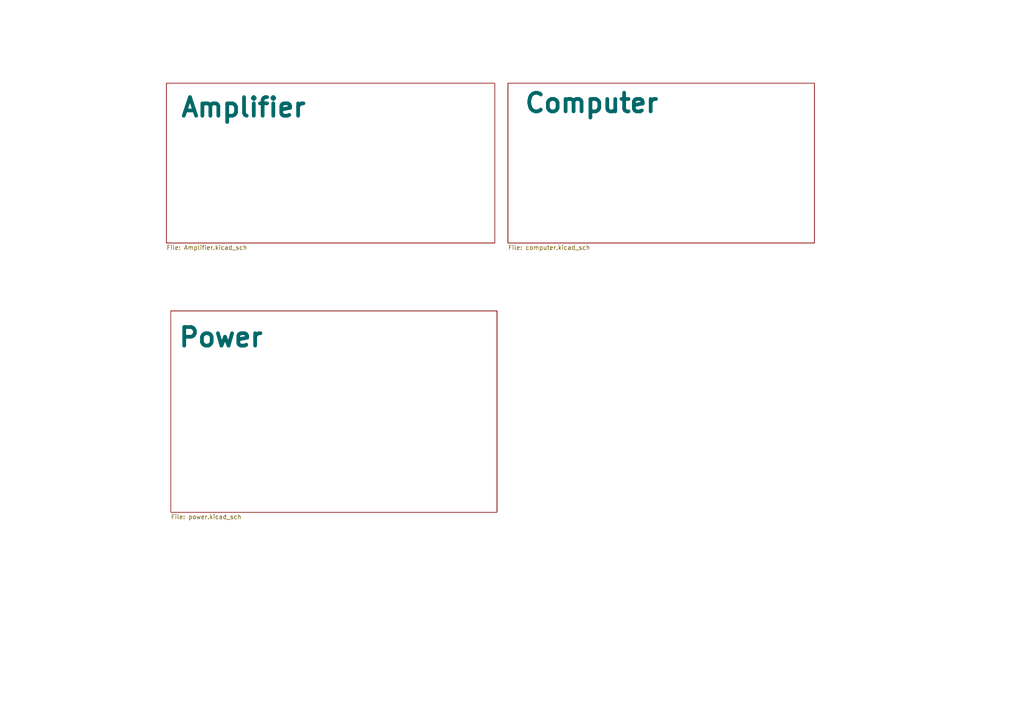
<source format=kicad_sch>
(kicad_sch
	(version 20231120)
	(generator "eeschema")
	(generator_version "8.0")
	(uuid "ca4cfd42-59e1-4265-8267-972d6aaac6ff")
	(paper "A4")
	(lib_symbols)
	(sheet
		(at 48.26 24.13)
		(size 95.25 46.355)
		(stroke
			(width 0.1524)
			(type solid)
		)
		(fill
			(color 0 0 0 0.0000)
		)
		(uuid "4aeb4b63-8869-4af7-96e8-06e4a551ac30")
		(property "Sheetname" "Amplifier"
			(at 52.07 34.29 0)
			(effects
				(font
					(size 5.4 5.4)
					(bold yes)
				)
				(justify left bottom)
			)
		)
		(property "Sheetfile" "Amplifier.kicad_sch"
			(at 48.26 71.0696 0)
			(effects
				(font
					(size 1.27 1.27)
				)
				(justify left top)
			)
		)
		(instances
			(project "daw00"
				(path "/ca4cfd42-59e1-4265-8267-972d6aaac6ff"
					(page "2")
				)
			)
		)
	)
	(sheet
		(at 49.53 90.17)
		(size 94.615 58.42)
		(stroke
			(width 0.1524)
			(type solid)
		)
		(fill
			(color 0 0 0 0.0000)
		)
		(uuid "b084b188-d415-40e4-beac-379106b49ebb")
		(property "Sheetname" "Power"
			(at 51.435 100.965 0)
			(effects
				(font
					(size 5.4 5.4)
					(bold yes)
				)
				(justify left bottom)
			)
		)
		(property "Sheetfile" "power.kicad_sch"
			(at 49.53 149.1746 0)
			(effects
				(font
					(size 1.27 1.27)
				)
				(justify left top)
			)
		)
		(instances
			(project "daw00"
				(path "/ca4cfd42-59e1-4265-8267-972d6aaac6ff"
					(page "4")
				)
			)
		)
	)
	(sheet
		(at 147.32 24.13)
		(size 88.9 46.355)
		(stroke
			(width 0.1524)
			(type solid)
		)
		(fill
			(color 0 0 0 0.0000)
		)
		(uuid "ba08ac29-4415-4a1c-bc01-e302a0fb65d1")
		(property "Sheetname" "Computer"
			(at 151.765 33.02 0)
			(effects
				(font
					(size 5.4 5.4)
					(bold yes)
				)
				(justify left bottom)
			)
		)
		(property "Sheetfile" "computer.kicad_sch"
			(at 147.32 71.0696 0)
			(effects
				(font
					(size 1.27 1.27)
				)
				(justify left top)
			)
		)
		(property "Поле2" ""
			(at 147.32 24.13 0)
			(effects
				(font
					(size 1.27 1.27)
				)
				(hide yes)
			)
		)
		(instances
			(project "daw00"
				(path "/ca4cfd42-59e1-4265-8267-972d6aaac6ff"
					(page "3")
				)
			)
		)
	)
	(sheet_instances
		(path "/"
			(page "1")
		)
	)
)
</source>
